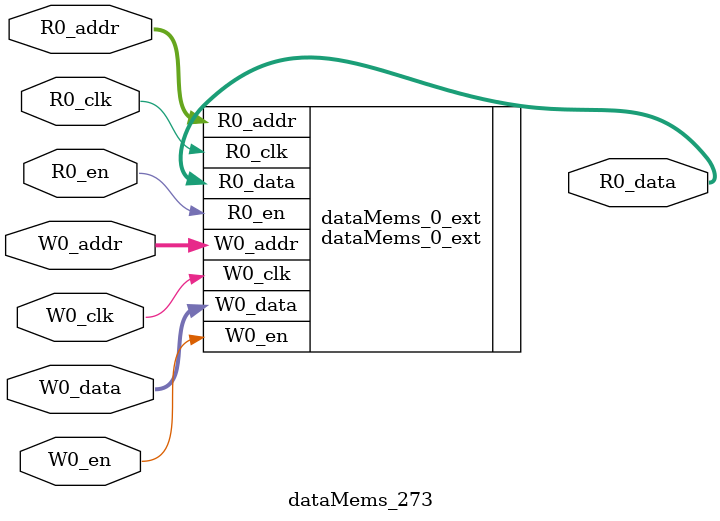
<source format=sv>
`ifndef RANDOMIZE
  `ifdef RANDOMIZE_REG_INIT
    `define RANDOMIZE
  `endif // RANDOMIZE_REG_INIT
`endif // not def RANDOMIZE
`ifndef RANDOMIZE
  `ifdef RANDOMIZE_MEM_INIT
    `define RANDOMIZE
  `endif // RANDOMIZE_MEM_INIT
`endif // not def RANDOMIZE

`ifndef RANDOM
  `define RANDOM $random
`endif // not def RANDOM

// Users can define 'PRINTF_COND' to add an extra gate to prints.
`ifndef PRINTF_COND_
  `ifdef PRINTF_COND
    `define PRINTF_COND_ (`PRINTF_COND)
  `else  // PRINTF_COND
    `define PRINTF_COND_ 1
  `endif // PRINTF_COND
`endif // not def PRINTF_COND_

// Users can define 'ASSERT_VERBOSE_COND' to add an extra gate to assert error printing.
`ifndef ASSERT_VERBOSE_COND_
  `ifdef ASSERT_VERBOSE_COND
    `define ASSERT_VERBOSE_COND_ (`ASSERT_VERBOSE_COND)
  `else  // ASSERT_VERBOSE_COND
    `define ASSERT_VERBOSE_COND_ 1
  `endif // ASSERT_VERBOSE_COND
`endif // not def ASSERT_VERBOSE_COND_

// Users can define 'STOP_COND' to add an extra gate to stop conditions.
`ifndef STOP_COND_
  `ifdef STOP_COND
    `define STOP_COND_ (`STOP_COND)
  `else  // STOP_COND
    `define STOP_COND_ 1
  `endif // STOP_COND
`endif // not def STOP_COND_

// Users can define INIT_RANDOM as general code that gets injected into the
// initializer block for modules with registers.
`ifndef INIT_RANDOM
  `define INIT_RANDOM
`endif // not def INIT_RANDOM

// If using random initialization, you can also define RANDOMIZE_DELAY to
// customize the delay used, otherwise 0.002 is used.
`ifndef RANDOMIZE_DELAY
  `define RANDOMIZE_DELAY 0.002
`endif // not def RANDOMIZE_DELAY

// Define INIT_RANDOM_PROLOG_ for use in our modules below.
`ifndef INIT_RANDOM_PROLOG_
  `ifdef RANDOMIZE
    `ifdef VERILATOR
      `define INIT_RANDOM_PROLOG_ `INIT_RANDOM
    `else  // VERILATOR
      `define INIT_RANDOM_PROLOG_ `INIT_RANDOM #`RANDOMIZE_DELAY begin end
    `endif // VERILATOR
  `else  // RANDOMIZE
    `define INIT_RANDOM_PROLOG_
  `endif // RANDOMIZE
`endif // not def INIT_RANDOM_PROLOG_

// Include register initializers in init blocks unless synthesis is set
`ifndef SYNTHESIS
  `ifndef ENABLE_INITIAL_REG_
    `define ENABLE_INITIAL_REG_
  `endif // not def ENABLE_INITIAL_REG_
`endif // not def SYNTHESIS

// Include rmemory initializers in init blocks unless synthesis is set
`ifndef SYNTHESIS
  `ifndef ENABLE_INITIAL_MEM_
    `define ENABLE_INITIAL_MEM_
  `endif // not def ENABLE_INITIAL_MEM_
`endif // not def SYNTHESIS

module dataMems_273(	// @[generators/ara/src/main/scala/UnsafeAXI4ToTL.scala:365:62]
  input  [4:0]  R0_addr,
  input         R0_en,
  input         R0_clk,
  output [66:0] R0_data,
  input  [4:0]  W0_addr,
  input         W0_en,
  input         W0_clk,
  input  [66:0] W0_data
);

  dataMems_0_ext dataMems_0_ext (	// @[generators/ara/src/main/scala/UnsafeAXI4ToTL.scala:365:62]
    .R0_addr (R0_addr),
    .R0_en   (R0_en),
    .R0_clk  (R0_clk),
    .R0_data (R0_data),
    .W0_addr (W0_addr),
    .W0_en   (W0_en),
    .W0_clk  (W0_clk),
    .W0_data (W0_data)
  );
endmodule


</source>
